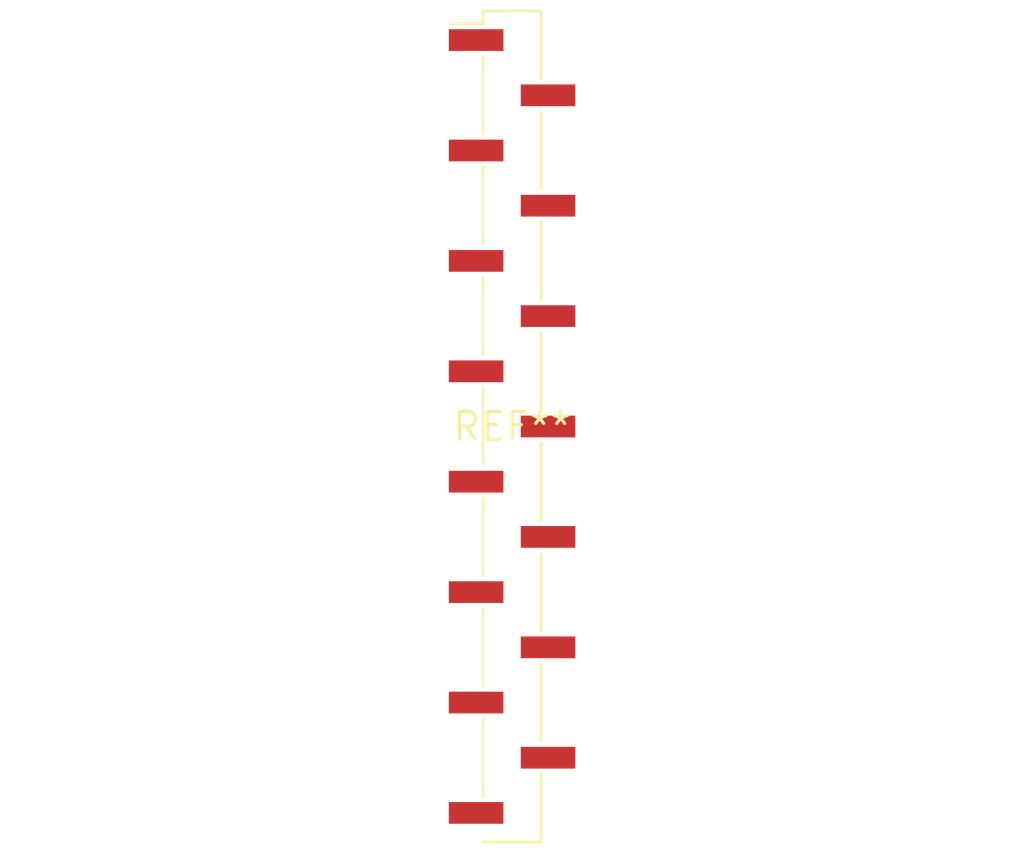
<source format=kicad_pcb>
(kicad_pcb (version 20240108) (generator pcbnew)
  (layers (0 "F.Cu" signal) (31 "B.Cu" signal) (34 "B.Paste" user) (35 "F.Paste" user) (36 "B.SilkS" user "B.Silkscreen") (37 "F.SilkS" user "F.Silkscreen") (38 "B.Mask" user) (39 "F.Mask" user) (44 "Edge.Cuts" user))
  (net 0 "")
  (footprint "PinHeader_1x15_P2.54mm_Vertical_SMD_Pin1Left" (layer "F.Cu") (at 0 0)
    (property "Reference" "REF**")
    (property "Value" "PinHeader_1x15_P2.54mm_Vertical_SMD_Pin1Left")
    (fp_line (start -1.33 -19.11) (end -1.33 -18.54) (layer "F.SilkS") (stroke (width 0.12)))
    (fp_line (start -1.33 -19.11) (end 1.33 -19.11) (layer "F.SilkS") (stroke (width 0.12)))
    (fp_line (start -1.33 -18.54) (end -2.85 -18.54) (layer "F.SilkS") (stroke (width 0.12)))
    (fp_line (start -1.33 -17.02) (end -1.33 -13.46) (layer "F.SilkS") (stroke (width 0.12)))
    (fp_line (start -1.33 -11.94) (end -1.33 -8.38) (layer "F.SilkS") (stroke (width 0.12)))
    (fp_line (start -1.33 -6.86) (end -1.33 -3.3) (layer "F.SilkS") (stroke (width 0.12)))
    (fp_line (start -1.33 -1.78) (end -1.33 1.78) (layer "F.SilkS") (stroke (width 0.12)))
    (fp_line (start -1.33 3.3) (end -1.33 6.86) (layer "F.SilkS") (stroke (width 0.12)))
    (fp_line (start -1.33 8.38) (end -1.33 11.94) (layer "F.SilkS") (stroke (width 0.12)))
    (fp_line (start -1.33 13.46) (end -1.33 17.02) (layer "F.SilkS") (stroke (width 0.12)))
    (fp_line (start -1.33 19.11) (end 1.33 19.11) (layer "F.SilkS") (stroke (width 0.12)))
    (fp_line (start 1.33 -19.11) (end 1.33 -16) (layer "F.SilkS") (stroke (width 0.12)))
    (fp_line (start 1.33 -14.48) (end 1.33 -10.92) (layer "F.SilkS") (stroke (width 0.12)))
    (fp_line (start 1.33 -9.4) (end 1.33 -5.84) (layer "F.SilkS") (stroke (width 0.12)))
    (fp_line (start 1.33 -4.32) (end 1.33 -0.76) (layer "F.SilkS") (stroke (width 0.12)))
    (fp_line (start 1.33 0.76) (end 1.33 4.32) (layer "F.SilkS") (stroke (width 0.12)))
    (fp_line (start 1.33 5.84) (end 1.33 9.4) (layer "F.SilkS") (stroke (width 0.12)))
    (fp_line (start 1.33 10.92) (end 1.33 14.48) (layer "F.SilkS") (stroke (width 0.12)))
    (fp_line (start 1.33 16) (end 1.33 19.11) (layer "F.SilkS") (stroke (width 0.12)))
    (fp_line (start 1.33 18.54) (end 1.33 19.11) (layer "F.SilkS") (stroke (width 0.12)))
    (pad "1" smd rect (at -1.655 -17.78) (size 2.51 1) (layers "F.Cu" "F.Paste" "F.Mask"))
    (pad "2" smd rect (at 1.655 -15.24) (size 2.51 1) (layers "F.Cu" "F.Paste" "F.Mask"))
    (pad "3" smd rect (at -1.655 -12.7) (size 2.51 1) (layers "F.Cu" "F.Paste" "F.Mask"))
    (pad "4" smd rect (at 1.655 -10.16) (size 2.51 1) (layers "F.Cu" "F.Paste" "F.Mask"))
    (pad "5" smd rect (at -1.655 -7.62) (size 2.51 1) (layers "F.Cu" "F.Paste" "F.Mask"))
    (pad "6" smd rect (at 1.655 -5.08) (size 2.51 1) (layers "F.Cu" "F.Paste" "F.Mask"))
    (pad "7" smd rect (at -1.655 -2.54) (size 2.51 1) (layers "F.Cu" "F.Paste" "F.Mask"))
    (pad "8" smd rect (at 1.655 0) (size 2.51 1) (layers "F.Cu" "F.Paste" "F.Mask"))
    (pad "9" smd rect (at -1.655 2.54) (size 2.51 1) (layers "F.Cu" "F.Paste" "F.Mask"))
    (pad "10" smd rect (at 1.655 5.08) (size 2.51 1) (layers "F.Cu" "F.Paste" "F.Mask"))
    (pad "11" smd rect (at -1.655 7.62) (size 2.51 1) (layers "F.Cu" "F.Paste" "F.Mask"))
    (pad "12" smd rect (at 1.655 10.16) (size 2.51 1) (layers "F.Cu" "F.Paste" "F.Mask"))
    (pad "13" smd rect (at -1.655 12.7) (size 2.51 1) (layers "F.Cu" "F.Paste" "F.Mask"))
    (pad "14" smd rect (at 1.655 15.24) (size 2.51 1) (layers "F.Cu" "F.Paste" "F.Mask"))
    (pad "15" smd rect (at -1.655 17.78) (size 2.51 1) (layers "F.Cu" "F.Paste" "F.Mask"))
  )
)
</source>
